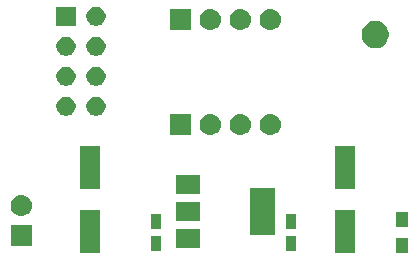
<source format=gbr>
G04 #@! TF.GenerationSoftware,KiCad,Pcbnew,(5.1.2)-2*
G04 #@! TF.CreationDate,2022-10-24T21:46:32-05:00*
G04 #@! TF.ProjectId,nrf24l01_breakout,6e726632-346c-4303-915f-627265616b6f,v1.0*
G04 #@! TF.SameCoordinates,Original*
G04 #@! TF.FileFunction,Soldermask,Top*
G04 #@! TF.FilePolarity,Negative*
%FSLAX46Y46*%
G04 Gerber Fmt 4.6, Leading zero omitted, Abs format (unit mm)*
G04 Created by KiCad (PCBNEW (5.1.2)-2) date 2022-10-24 21:46:32*
%MOMM*%
%LPD*%
G04 APERTURE LIST*
%ADD10C,0.100000*%
G04 APERTURE END LIST*
D10*
G36*
X148837000Y-156945000D02*
G01*
X147835000Y-156945000D01*
X147835000Y-155643000D01*
X148837000Y-155643000D01*
X148837000Y-156945000D01*
X148837000Y-156945000D01*
G37*
G36*
X144361000Y-156901000D02*
G01*
X142659000Y-156901000D01*
X142659000Y-153299000D01*
X144361000Y-153299000D01*
X144361000Y-156901000D01*
X144361000Y-156901000D01*
G37*
G36*
X122771000Y-156901000D02*
G01*
X121069000Y-156901000D01*
X121069000Y-153299000D01*
X122771000Y-153299000D01*
X122771000Y-156901000D01*
X122771000Y-156901000D01*
G37*
G36*
X139364000Y-156795000D02*
G01*
X138512000Y-156795000D01*
X138512000Y-155493000D01*
X139364000Y-155493000D01*
X139364000Y-156795000D01*
X139364000Y-156795000D01*
G37*
G36*
X127934000Y-156795000D02*
G01*
X127082000Y-156795000D01*
X127082000Y-155493000D01*
X127934000Y-155493000D01*
X127934000Y-156795000D01*
X127934000Y-156795000D01*
G37*
G36*
X131251000Y-156517000D02*
G01*
X129149000Y-156517000D01*
X129149000Y-154915000D01*
X131251000Y-154915000D01*
X131251000Y-156517000D01*
X131251000Y-156517000D01*
G37*
G36*
X116979000Y-156349000D02*
G01*
X115177000Y-156349000D01*
X115177000Y-154547000D01*
X116979000Y-154547000D01*
X116979000Y-156349000D01*
X116979000Y-156349000D01*
G37*
G36*
X137551000Y-155367000D02*
G01*
X135449000Y-155367000D01*
X135449000Y-151465000D01*
X137551000Y-151465000D01*
X137551000Y-155367000D01*
X137551000Y-155367000D01*
G37*
G36*
X127934000Y-154895000D02*
G01*
X127082000Y-154895000D01*
X127082000Y-153593000D01*
X127934000Y-153593000D01*
X127934000Y-154895000D01*
X127934000Y-154895000D01*
G37*
G36*
X139364000Y-154895000D02*
G01*
X138512000Y-154895000D01*
X138512000Y-153593000D01*
X139364000Y-153593000D01*
X139364000Y-154895000D01*
X139364000Y-154895000D01*
G37*
G36*
X148837000Y-154745000D02*
G01*
X147835000Y-154745000D01*
X147835000Y-153443000D01*
X148837000Y-153443000D01*
X148837000Y-154745000D01*
X148837000Y-154745000D01*
G37*
G36*
X131251000Y-154217000D02*
G01*
X129149000Y-154217000D01*
X129149000Y-152615000D01*
X131251000Y-152615000D01*
X131251000Y-154217000D01*
X131251000Y-154217000D01*
G37*
G36*
X116188443Y-152013519D02*
G01*
X116254627Y-152020037D01*
X116424466Y-152071557D01*
X116580991Y-152155222D01*
X116616729Y-152184552D01*
X116718186Y-152267814D01*
X116801448Y-152369271D01*
X116830778Y-152405009D01*
X116914443Y-152561534D01*
X116965963Y-152731373D01*
X116983359Y-152908000D01*
X116965963Y-153084627D01*
X116914443Y-153254466D01*
X116830778Y-153410991D01*
X116804509Y-153443000D01*
X116718186Y-153548186D01*
X116616729Y-153631448D01*
X116580991Y-153660778D01*
X116424466Y-153744443D01*
X116254627Y-153795963D01*
X116188442Y-153802482D01*
X116122260Y-153809000D01*
X116033740Y-153809000D01*
X115967558Y-153802482D01*
X115901373Y-153795963D01*
X115731534Y-153744443D01*
X115575009Y-153660778D01*
X115539271Y-153631448D01*
X115437814Y-153548186D01*
X115351491Y-153443000D01*
X115325222Y-153410991D01*
X115241557Y-153254466D01*
X115190037Y-153084627D01*
X115172641Y-152908000D01*
X115190037Y-152731373D01*
X115241557Y-152561534D01*
X115325222Y-152405009D01*
X115354552Y-152369271D01*
X115437814Y-152267814D01*
X115539271Y-152184552D01*
X115575009Y-152155222D01*
X115731534Y-152071557D01*
X115901373Y-152020037D01*
X115967557Y-152013519D01*
X116033740Y-152007000D01*
X116122260Y-152007000D01*
X116188443Y-152013519D01*
X116188443Y-152013519D01*
G37*
G36*
X131251000Y-151917000D02*
G01*
X129149000Y-151917000D01*
X129149000Y-150315000D01*
X131251000Y-150315000D01*
X131251000Y-151917000D01*
X131251000Y-151917000D01*
G37*
G36*
X122771000Y-151501000D02*
G01*
X121069000Y-151501000D01*
X121069000Y-147899000D01*
X122771000Y-147899000D01*
X122771000Y-151501000D01*
X122771000Y-151501000D01*
G37*
G36*
X144361000Y-151501000D02*
G01*
X142659000Y-151501000D01*
X142659000Y-147899000D01*
X144361000Y-147899000D01*
X144361000Y-151501000D01*
X144361000Y-151501000D01*
G37*
G36*
X134730443Y-145155519D02*
G01*
X134796627Y-145162037D01*
X134966466Y-145213557D01*
X135122991Y-145297222D01*
X135144653Y-145315000D01*
X135260186Y-145409814D01*
X135343448Y-145511271D01*
X135372778Y-145547009D01*
X135456443Y-145703534D01*
X135507963Y-145873373D01*
X135525359Y-146050000D01*
X135507963Y-146226627D01*
X135456443Y-146396466D01*
X135372778Y-146552991D01*
X135343448Y-146588729D01*
X135260186Y-146690186D01*
X135158729Y-146773448D01*
X135122991Y-146802778D01*
X134966466Y-146886443D01*
X134796627Y-146937963D01*
X134730442Y-146944482D01*
X134664260Y-146951000D01*
X134575740Y-146951000D01*
X134509558Y-146944482D01*
X134443373Y-146937963D01*
X134273534Y-146886443D01*
X134117009Y-146802778D01*
X134081271Y-146773448D01*
X133979814Y-146690186D01*
X133896552Y-146588729D01*
X133867222Y-146552991D01*
X133783557Y-146396466D01*
X133732037Y-146226627D01*
X133714641Y-146050000D01*
X133732037Y-145873373D01*
X133783557Y-145703534D01*
X133867222Y-145547009D01*
X133896552Y-145511271D01*
X133979814Y-145409814D01*
X134095347Y-145315000D01*
X134117009Y-145297222D01*
X134273534Y-145213557D01*
X134443373Y-145162037D01*
X134509557Y-145155519D01*
X134575740Y-145149000D01*
X134664260Y-145149000D01*
X134730443Y-145155519D01*
X134730443Y-145155519D01*
G37*
G36*
X137270443Y-145155519D02*
G01*
X137336627Y-145162037D01*
X137506466Y-145213557D01*
X137662991Y-145297222D01*
X137684653Y-145315000D01*
X137800186Y-145409814D01*
X137883448Y-145511271D01*
X137912778Y-145547009D01*
X137996443Y-145703534D01*
X138047963Y-145873373D01*
X138065359Y-146050000D01*
X138047963Y-146226627D01*
X137996443Y-146396466D01*
X137912778Y-146552991D01*
X137883448Y-146588729D01*
X137800186Y-146690186D01*
X137698729Y-146773448D01*
X137662991Y-146802778D01*
X137506466Y-146886443D01*
X137336627Y-146937963D01*
X137270442Y-146944482D01*
X137204260Y-146951000D01*
X137115740Y-146951000D01*
X137049558Y-146944482D01*
X136983373Y-146937963D01*
X136813534Y-146886443D01*
X136657009Y-146802778D01*
X136621271Y-146773448D01*
X136519814Y-146690186D01*
X136436552Y-146588729D01*
X136407222Y-146552991D01*
X136323557Y-146396466D01*
X136272037Y-146226627D01*
X136254641Y-146050000D01*
X136272037Y-145873373D01*
X136323557Y-145703534D01*
X136407222Y-145547009D01*
X136436552Y-145511271D01*
X136519814Y-145409814D01*
X136635347Y-145315000D01*
X136657009Y-145297222D01*
X136813534Y-145213557D01*
X136983373Y-145162037D01*
X137049557Y-145155519D01*
X137115740Y-145149000D01*
X137204260Y-145149000D01*
X137270443Y-145155519D01*
X137270443Y-145155519D01*
G37*
G36*
X130441000Y-146951000D02*
G01*
X128639000Y-146951000D01*
X128639000Y-145149000D01*
X130441000Y-145149000D01*
X130441000Y-146951000D01*
X130441000Y-146951000D01*
G37*
G36*
X132190443Y-145155519D02*
G01*
X132256627Y-145162037D01*
X132426466Y-145213557D01*
X132582991Y-145297222D01*
X132604653Y-145315000D01*
X132720186Y-145409814D01*
X132803448Y-145511271D01*
X132832778Y-145547009D01*
X132916443Y-145703534D01*
X132967963Y-145873373D01*
X132985359Y-146050000D01*
X132967963Y-146226627D01*
X132916443Y-146396466D01*
X132832778Y-146552991D01*
X132803448Y-146588729D01*
X132720186Y-146690186D01*
X132618729Y-146773448D01*
X132582991Y-146802778D01*
X132426466Y-146886443D01*
X132256627Y-146937963D01*
X132190442Y-146944482D01*
X132124260Y-146951000D01*
X132035740Y-146951000D01*
X131969558Y-146944482D01*
X131903373Y-146937963D01*
X131733534Y-146886443D01*
X131577009Y-146802778D01*
X131541271Y-146773448D01*
X131439814Y-146690186D01*
X131356552Y-146588729D01*
X131327222Y-146552991D01*
X131243557Y-146396466D01*
X131192037Y-146226627D01*
X131174641Y-146050000D01*
X131192037Y-145873373D01*
X131243557Y-145703534D01*
X131327222Y-145547009D01*
X131356552Y-145511271D01*
X131439814Y-145409814D01*
X131555347Y-145315000D01*
X131577009Y-145297222D01*
X131733534Y-145213557D01*
X131903373Y-145162037D01*
X131969557Y-145155519D01*
X132035740Y-145149000D01*
X132124260Y-145149000D01*
X132190443Y-145155519D01*
X132190443Y-145155519D01*
G37*
G36*
X120101142Y-143720242D02*
G01*
X120249101Y-143781529D01*
X120382255Y-143870499D01*
X120495501Y-143983745D01*
X120584471Y-144116899D01*
X120645758Y-144264858D01*
X120677000Y-144421925D01*
X120677000Y-144582075D01*
X120645758Y-144739142D01*
X120584471Y-144887101D01*
X120495501Y-145020255D01*
X120382255Y-145133501D01*
X120249101Y-145222471D01*
X120101142Y-145283758D01*
X119944075Y-145315000D01*
X119783925Y-145315000D01*
X119626858Y-145283758D01*
X119478899Y-145222471D01*
X119345745Y-145133501D01*
X119232499Y-145020255D01*
X119143529Y-144887101D01*
X119082242Y-144739142D01*
X119051000Y-144582075D01*
X119051000Y-144421925D01*
X119082242Y-144264858D01*
X119143529Y-144116899D01*
X119232499Y-143983745D01*
X119345745Y-143870499D01*
X119478899Y-143781529D01*
X119626858Y-143720242D01*
X119783925Y-143689000D01*
X119944075Y-143689000D01*
X120101142Y-143720242D01*
X120101142Y-143720242D01*
G37*
G36*
X122641142Y-143720242D02*
G01*
X122789101Y-143781529D01*
X122922255Y-143870499D01*
X123035501Y-143983745D01*
X123124471Y-144116899D01*
X123185758Y-144264858D01*
X123217000Y-144421925D01*
X123217000Y-144582075D01*
X123185758Y-144739142D01*
X123124471Y-144887101D01*
X123035501Y-145020255D01*
X122922255Y-145133501D01*
X122789101Y-145222471D01*
X122641142Y-145283758D01*
X122484075Y-145315000D01*
X122323925Y-145315000D01*
X122166858Y-145283758D01*
X122018899Y-145222471D01*
X121885745Y-145133501D01*
X121772499Y-145020255D01*
X121683529Y-144887101D01*
X121622242Y-144739142D01*
X121591000Y-144582075D01*
X121591000Y-144421925D01*
X121622242Y-144264858D01*
X121683529Y-144116899D01*
X121772499Y-143983745D01*
X121885745Y-143870499D01*
X122018899Y-143781529D01*
X122166858Y-143720242D01*
X122323925Y-143689000D01*
X122484075Y-143689000D01*
X122641142Y-143720242D01*
X122641142Y-143720242D01*
G37*
G36*
X122641142Y-141180242D02*
G01*
X122789101Y-141241529D01*
X122922255Y-141330499D01*
X123035501Y-141443745D01*
X123124471Y-141576899D01*
X123185758Y-141724858D01*
X123217000Y-141881925D01*
X123217000Y-142042075D01*
X123185758Y-142199142D01*
X123124471Y-142347101D01*
X123035501Y-142480255D01*
X122922255Y-142593501D01*
X122789101Y-142682471D01*
X122641142Y-142743758D01*
X122484075Y-142775000D01*
X122323925Y-142775000D01*
X122166858Y-142743758D01*
X122018899Y-142682471D01*
X121885745Y-142593501D01*
X121772499Y-142480255D01*
X121683529Y-142347101D01*
X121622242Y-142199142D01*
X121591000Y-142042075D01*
X121591000Y-141881925D01*
X121622242Y-141724858D01*
X121683529Y-141576899D01*
X121772499Y-141443745D01*
X121885745Y-141330499D01*
X122018899Y-141241529D01*
X122166858Y-141180242D01*
X122323925Y-141149000D01*
X122484075Y-141149000D01*
X122641142Y-141180242D01*
X122641142Y-141180242D01*
G37*
G36*
X120101142Y-141180242D02*
G01*
X120249101Y-141241529D01*
X120382255Y-141330499D01*
X120495501Y-141443745D01*
X120584471Y-141576899D01*
X120645758Y-141724858D01*
X120677000Y-141881925D01*
X120677000Y-142042075D01*
X120645758Y-142199142D01*
X120584471Y-142347101D01*
X120495501Y-142480255D01*
X120382255Y-142593501D01*
X120249101Y-142682471D01*
X120101142Y-142743758D01*
X119944075Y-142775000D01*
X119783925Y-142775000D01*
X119626858Y-142743758D01*
X119478899Y-142682471D01*
X119345745Y-142593501D01*
X119232499Y-142480255D01*
X119143529Y-142347101D01*
X119082242Y-142199142D01*
X119051000Y-142042075D01*
X119051000Y-141881925D01*
X119082242Y-141724858D01*
X119143529Y-141576899D01*
X119232499Y-141443745D01*
X119345745Y-141330499D01*
X119478899Y-141241529D01*
X119626858Y-141180242D01*
X119783925Y-141149000D01*
X119944075Y-141149000D01*
X120101142Y-141180242D01*
X120101142Y-141180242D01*
G37*
G36*
X120101142Y-138640242D02*
G01*
X120249101Y-138701529D01*
X120382255Y-138790499D01*
X120495501Y-138903745D01*
X120584471Y-139036899D01*
X120645758Y-139184858D01*
X120677000Y-139341925D01*
X120677000Y-139502075D01*
X120645758Y-139659142D01*
X120584471Y-139807101D01*
X120495501Y-139940255D01*
X120382255Y-140053501D01*
X120249101Y-140142471D01*
X120101142Y-140203758D01*
X119944075Y-140235000D01*
X119783925Y-140235000D01*
X119626858Y-140203758D01*
X119478899Y-140142471D01*
X119345745Y-140053501D01*
X119232499Y-139940255D01*
X119143529Y-139807101D01*
X119082242Y-139659142D01*
X119051000Y-139502075D01*
X119051000Y-139341925D01*
X119082242Y-139184858D01*
X119143529Y-139036899D01*
X119232499Y-138903745D01*
X119345745Y-138790499D01*
X119478899Y-138701529D01*
X119626858Y-138640242D01*
X119783925Y-138609000D01*
X119944075Y-138609000D01*
X120101142Y-138640242D01*
X120101142Y-138640242D01*
G37*
G36*
X122641142Y-138640242D02*
G01*
X122789101Y-138701529D01*
X122922255Y-138790499D01*
X123035501Y-138903745D01*
X123124471Y-139036899D01*
X123185758Y-139184858D01*
X123217000Y-139341925D01*
X123217000Y-139502075D01*
X123185758Y-139659142D01*
X123124471Y-139807101D01*
X123035501Y-139940255D01*
X122922255Y-140053501D01*
X122789101Y-140142471D01*
X122641142Y-140203758D01*
X122484075Y-140235000D01*
X122323925Y-140235000D01*
X122166858Y-140203758D01*
X122018899Y-140142471D01*
X121885745Y-140053501D01*
X121772499Y-139940255D01*
X121683529Y-139807101D01*
X121622242Y-139659142D01*
X121591000Y-139502075D01*
X121591000Y-139341925D01*
X121622242Y-139184858D01*
X121683529Y-139036899D01*
X121772499Y-138903745D01*
X121885745Y-138790499D01*
X122018899Y-138701529D01*
X122166858Y-138640242D01*
X122323925Y-138609000D01*
X122484075Y-138609000D01*
X122641142Y-138640242D01*
X122641142Y-138640242D01*
G37*
G36*
X146274549Y-137301116D02*
G01*
X146385734Y-137323232D01*
X146595203Y-137409997D01*
X146783720Y-137535960D01*
X146944040Y-137696280D01*
X147070003Y-137884797D01*
X147156768Y-138094266D01*
X147201000Y-138316636D01*
X147201000Y-138543364D01*
X147156768Y-138765734D01*
X147070003Y-138975203D01*
X146944040Y-139163720D01*
X146783720Y-139324040D01*
X146595203Y-139450003D01*
X146385734Y-139536768D01*
X146274549Y-139558884D01*
X146163365Y-139581000D01*
X145936635Y-139581000D01*
X145825451Y-139558884D01*
X145714266Y-139536768D01*
X145504797Y-139450003D01*
X145316280Y-139324040D01*
X145155960Y-139163720D01*
X145029997Y-138975203D01*
X144943232Y-138765734D01*
X144899000Y-138543364D01*
X144899000Y-138316636D01*
X144943232Y-138094266D01*
X145029997Y-137884797D01*
X145155960Y-137696280D01*
X145316280Y-137535960D01*
X145504797Y-137409997D01*
X145714266Y-137323232D01*
X145825451Y-137301116D01*
X145936635Y-137279000D01*
X146163365Y-137279000D01*
X146274549Y-137301116D01*
X146274549Y-137301116D01*
G37*
G36*
X137270443Y-136265519D02*
G01*
X137336627Y-136272037D01*
X137506466Y-136323557D01*
X137662991Y-136407222D01*
X137698729Y-136436552D01*
X137800186Y-136519814D01*
X137883448Y-136621271D01*
X137912778Y-136657009D01*
X137996443Y-136813534D01*
X138047963Y-136983373D01*
X138065359Y-137160000D01*
X138047963Y-137336627D01*
X137996443Y-137506466D01*
X137912778Y-137662991D01*
X137886509Y-137695000D01*
X137800186Y-137800186D01*
X137698729Y-137883448D01*
X137662991Y-137912778D01*
X137506466Y-137996443D01*
X137336627Y-138047963D01*
X137270442Y-138054482D01*
X137204260Y-138061000D01*
X137115740Y-138061000D01*
X137049558Y-138054482D01*
X136983373Y-138047963D01*
X136813534Y-137996443D01*
X136657009Y-137912778D01*
X136621271Y-137883448D01*
X136519814Y-137800186D01*
X136433491Y-137695000D01*
X136407222Y-137662991D01*
X136323557Y-137506466D01*
X136272037Y-137336627D01*
X136254641Y-137160000D01*
X136272037Y-136983373D01*
X136323557Y-136813534D01*
X136407222Y-136657009D01*
X136436552Y-136621271D01*
X136519814Y-136519814D01*
X136621271Y-136436552D01*
X136657009Y-136407222D01*
X136813534Y-136323557D01*
X136983373Y-136272037D01*
X137049557Y-136265519D01*
X137115740Y-136259000D01*
X137204260Y-136259000D01*
X137270443Y-136265519D01*
X137270443Y-136265519D01*
G37*
G36*
X134730443Y-136265519D02*
G01*
X134796627Y-136272037D01*
X134966466Y-136323557D01*
X135122991Y-136407222D01*
X135158729Y-136436552D01*
X135260186Y-136519814D01*
X135343448Y-136621271D01*
X135372778Y-136657009D01*
X135456443Y-136813534D01*
X135507963Y-136983373D01*
X135525359Y-137160000D01*
X135507963Y-137336627D01*
X135456443Y-137506466D01*
X135372778Y-137662991D01*
X135346509Y-137695000D01*
X135260186Y-137800186D01*
X135158729Y-137883448D01*
X135122991Y-137912778D01*
X134966466Y-137996443D01*
X134796627Y-138047963D01*
X134730442Y-138054482D01*
X134664260Y-138061000D01*
X134575740Y-138061000D01*
X134509558Y-138054482D01*
X134443373Y-138047963D01*
X134273534Y-137996443D01*
X134117009Y-137912778D01*
X134081271Y-137883448D01*
X133979814Y-137800186D01*
X133893491Y-137695000D01*
X133867222Y-137662991D01*
X133783557Y-137506466D01*
X133732037Y-137336627D01*
X133714641Y-137160000D01*
X133732037Y-136983373D01*
X133783557Y-136813534D01*
X133867222Y-136657009D01*
X133896552Y-136621271D01*
X133979814Y-136519814D01*
X134081271Y-136436552D01*
X134117009Y-136407222D01*
X134273534Y-136323557D01*
X134443373Y-136272037D01*
X134509557Y-136265519D01*
X134575740Y-136259000D01*
X134664260Y-136259000D01*
X134730443Y-136265519D01*
X134730443Y-136265519D01*
G37*
G36*
X132190443Y-136265519D02*
G01*
X132256627Y-136272037D01*
X132426466Y-136323557D01*
X132582991Y-136407222D01*
X132618729Y-136436552D01*
X132720186Y-136519814D01*
X132803448Y-136621271D01*
X132832778Y-136657009D01*
X132916443Y-136813534D01*
X132967963Y-136983373D01*
X132985359Y-137160000D01*
X132967963Y-137336627D01*
X132916443Y-137506466D01*
X132832778Y-137662991D01*
X132806509Y-137695000D01*
X132720186Y-137800186D01*
X132618729Y-137883448D01*
X132582991Y-137912778D01*
X132426466Y-137996443D01*
X132256627Y-138047963D01*
X132190442Y-138054482D01*
X132124260Y-138061000D01*
X132035740Y-138061000D01*
X131969558Y-138054482D01*
X131903373Y-138047963D01*
X131733534Y-137996443D01*
X131577009Y-137912778D01*
X131541271Y-137883448D01*
X131439814Y-137800186D01*
X131353491Y-137695000D01*
X131327222Y-137662991D01*
X131243557Y-137506466D01*
X131192037Y-137336627D01*
X131174641Y-137160000D01*
X131192037Y-136983373D01*
X131243557Y-136813534D01*
X131327222Y-136657009D01*
X131356552Y-136621271D01*
X131439814Y-136519814D01*
X131541271Y-136436552D01*
X131577009Y-136407222D01*
X131733534Y-136323557D01*
X131903373Y-136272037D01*
X131969557Y-136265519D01*
X132035740Y-136259000D01*
X132124260Y-136259000D01*
X132190443Y-136265519D01*
X132190443Y-136265519D01*
G37*
G36*
X130441000Y-138061000D02*
G01*
X128639000Y-138061000D01*
X128639000Y-136259000D01*
X130441000Y-136259000D01*
X130441000Y-138061000D01*
X130441000Y-138061000D01*
G37*
G36*
X120677000Y-137695000D02*
G01*
X119051000Y-137695000D01*
X119051000Y-136069000D01*
X120677000Y-136069000D01*
X120677000Y-137695000D01*
X120677000Y-137695000D01*
G37*
G36*
X122641142Y-136100242D02*
G01*
X122789101Y-136161529D01*
X122922255Y-136250499D01*
X123035501Y-136363745D01*
X123124471Y-136496899D01*
X123185758Y-136644858D01*
X123217000Y-136801925D01*
X123217000Y-136962075D01*
X123185758Y-137119142D01*
X123124471Y-137267101D01*
X123035501Y-137400255D01*
X122922255Y-137513501D01*
X122789101Y-137602471D01*
X122641142Y-137663758D01*
X122484075Y-137695000D01*
X122323925Y-137695000D01*
X122166858Y-137663758D01*
X122018899Y-137602471D01*
X121885745Y-137513501D01*
X121772499Y-137400255D01*
X121683529Y-137267101D01*
X121622242Y-137119142D01*
X121591000Y-136962075D01*
X121591000Y-136801925D01*
X121622242Y-136644858D01*
X121683529Y-136496899D01*
X121772499Y-136363745D01*
X121885745Y-136250499D01*
X122018899Y-136161529D01*
X122166858Y-136100242D01*
X122323925Y-136069000D01*
X122484075Y-136069000D01*
X122641142Y-136100242D01*
X122641142Y-136100242D01*
G37*
M02*

</source>
